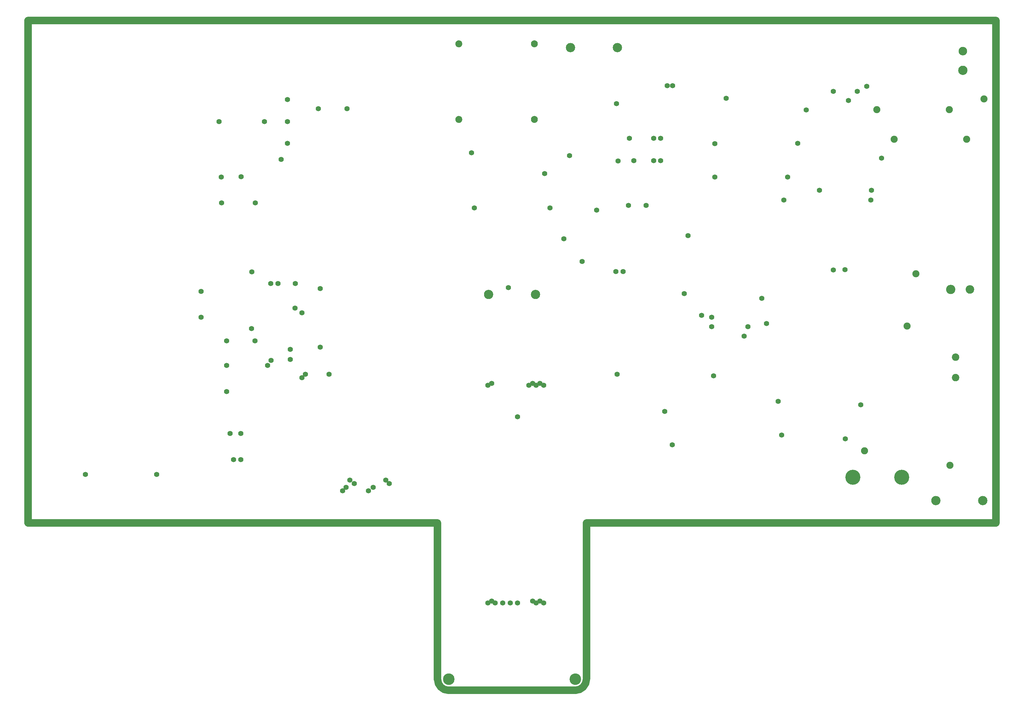
<source format=gbr>
G04 GENERATED BY PULSONIX 11.0 GERBER.DLL 8466*
G04 #@! TF.GenerationSoftware,Pulsonix,Pulsonix,11.0.8467*
G04 #@! TF.CreationDate,2021-12-19T21:00:55+00:00*
G04 #@! TF.Part,Single*
%FSLAX24Y24*%
%LPD*%
%MOIN*%
G04 #@! TF.FileFunction,Copper,L2,Inr*
G04 #@! TF.FilePolarity,Negative*
G04 #@! TA.AperFunction,Profile*
%ADD131C,0.0788*%
G04 #@! TA.AperFunction,ViaPad*
%ADD132C,0.0551*%
%ADD133C,0.0748*%
G04 #@! TD.AperFunction*
%ADD134C,0.0001*%
G04 #@! TA.AperFunction,ComponentPad*
%ADD135C,0.1594*%
G04 #@! TD.AperFunction*
%ADD136C,0.0788*%
G04 #@! TD.AperFunction*
X0Y0D02*
D02*
D131*
X2362Y20079D02*
X45669D01*
Y3544D01*
G75*
G03*
X46831Y2362I1172J-10D01*
G01*
X60217D01*
G75*
G03*
X61418Y3563I0J1201D01*
G01*
Y20079D01*
X104725D01*
Y73229D01*
X2362D01*
Y20079D01*
D02*
D132*
X8406Y25197D03*
X15945D03*
X20669Y41831D03*
Y44567D03*
X22559Y62540D03*
X22795Y56693D03*
X22815Y53937D03*
X23347Y33977D03*
Y36752D03*
Y39331D03*
X23721Y29528D03*
X24095Y26772D03*
X24843D03*
Y29528D03*
X24882Y56697D03*
X25984Y40630D03*
X26024Y46654D03*
X26358Y39331D03*
X26398Y53937D03*
X27362Y62540D03*
X27697Y36752D03*
X28032Y45394D03*
X28071Y37264D03*
X28799Y45394D03*
X29134Y58544D03*
X29784Y60236D03*
Y62559D03*
Y64882D03*
X30079Y37362D03*
Y38445D03*
X30591Y42795D03*
X30610Y45394D03*
X31319Y35433D03*
Y42323D03*
X31673Y35807D03*
X33071Y63898D03*
X33248Y38662D03*
X33268Y44862D03*
X34173Y35807D03*
X35630Y23484D03*
X36004Y23858D03*
X36103Y63898D03*
X36378Y24606D03*
X36870Y24232D03*
X38347Y23484D03*
X38839Y23858D03*
X40197Y24606D03*
X40571Y24232D03*
X49252Y59252D03*
X49547Y53406D03*
X50984Y11614D03*
Y34646D03*
X51378Y11811D03*
Y34843D03*
X51772Y11614D03*
X52559D03*
X53169Y44975D03*
X53347Y11614D03*
X54134D03*
Y31299D03*
X55315Y34646D03*
X55709Y11811D03*
Y34843D03*
X56103Y11614D03*
Y34646D03*
X56496Y11811D03*
Y34843D03*
X56890Y11614D03*
Y34646D03*
X56988Y57028D03*
X57540Y53406D03*
X59036Y50144D03*
X59636Y58957D03*
X60945Y47736D03*
X62481Y53166D03*
X64508Y46673D03*
X64587Y64429D03*
X64666Y35807D03*
X64744Y58386D03*
X65276Y46673D03*
X65847Y53666D03*
X65945Y60788D03*
X66437Y58406D03*
X67736Y53662D03*
X68524Y58406D03*
Y60788D03*
X69272Y58406D03*
Y60788D03*
X69685Y31890D03*
X69961Y66339D03*
X70473Y28347D03*
X70512Y66339D03*
X71772Y44351D03*
X72166Y50492D03*
X73583Y42047D03*
X74666Y40847D03*
Y41839D03*
X74843Y35650D03*
X75000Y56693D03*
Y60197D03*
X76201Y65000D03*
X78091Y39839D03*
X78504Y40847D03*
X79941Y43858D03*
X80453Y41162D03*
X81673Y32933D03*
X82047Y29390D03*
X82303Y54232D03*
X82677Y56693D03*
X83740Y60236D03*
X84646Y63780D03*
X86044Y55276D03*
X87520Y46851D03*
Y65748D03*
X88740Y46870D03*
X88799Y28977D03*
X89114Y64784D03*
X90044Y65748D03*
X90414Y32579D03*
X91044Y66280D03*
X91496Y54232D03*
X91555Y55276D03*
X92618Y58662D03*
D02*
D133*
X90807Y27697D03*
X92106Y63819D03*
X93957Y60689D03*
X95335Y40906D03*
X96260Y46437D03*
X99784Y63819D03*
X99862Y26162D03*
X101634Y60689D03*
X103445Y64941D03*
D02*
D134*
X46240Y3544D02*
G36*
X46240Y3544D02*
G75*
G03*
X47461I611J0D01*
G01*
G75*
G03*
X46240I-610J0D01*
G01*
G37*
X47545Y62772D02*
G36*
X47545Y62772D02*
G75*
G03*
X48282I369J0D01*
G01*
G75*
G03*
X47545I-368J0D01*
G01*
G37*
Y70772D02*
G36*
X47545Y70772D02*
G75*
G03*
X48282I369J0D01*
G01*
G75*
G03*
X47545I-368J0D01*
G01*
G37*
X50571Y44252D02*
G36*
X50571Y44252D02*
G75*
G03*
X51555I492J0D01*
G01*
G75*
G03*
X50571I-492J0D01*
G01*
G37*
X55532D02*
G36*
X55532Y44252D02*
G75*
G03*
X56516I492J0D01*
G01*
G75*
G03*
X55532I-492J0D01*
G01*
G37*
X55538Y62772D02*
G36*
X55538Y62772D02*
G75*
G03*
X56274I368J0D01*
G01*
G75*
G03*
X55538I-368J0D01*
G01*
G37*
Y70772D02*
G36*
X55538Y70772D02*
G75*
G03*
X56274I368J0D01*
G01*
G75*
G03*
X55538I-368J0D01*
G01*
G37*
X59232Y70374D02*
G36*
X59232Y70374D02*
G75*
G03*
X60217I493J0D01*
G01*
G75*
G03*
X59232I-492J0D01*
G01*
G37*
X59626Y3544D02*
G36*
X59626Y3544D02*
G75*
G03*
X60847I611J0D01*
G01*
G75*
G03*
X59626I-610J0D01*
G01*
G37*
X64193Y70374D02*
G36*
X64193Y70374D02*
G75*
G03*
X65177I492J0D01*
G01*
G75*
G03*
X64193I-492J0D01*
G01*
G37*
X97874Y22441D02*
G36*
X97874Y22441D02*
G75*
G03*
X98858I492J0D01*
G01*
G75*
G03*
X97874I-492J0D01*
G01*
G37*
X99445Y44784D02*
G36*
X99445Y44784D02*
G75*
G03*
X100429I492J0D01*
G01*
G75*
G03*
X99445I-492J0D01*
G01*
G37*
X100059Y35453D02*
G36*
X100059Y35453D02*
G75*
G03*
X100847I394J0D01*
G01*
G75*
G03*
X100059I-394J0D01*
G01*
G37*
Y37618D02*
G36*
X100059Y37618D02*
G75*
G03*
X100847I394J0D01*
G01*
G75*
G03*
X100059I-394J0D01*
G01*
G37*
X100729Y67969D02*
G36*
X100729Y67969D02*
G75*
G03*
X101713I492J0D01*
G01*
G75*
G03*
X100729I-492J0D01*
G01*
G37*
X100768Y70000D02*
G36*
X100768Y70000D02*
G75*
G03*
X101673I453J0D01*
G01*
G75*
G03*
X100768I-452J0D01*
G01*
G37*
X101516Y44784D02*
G36*
X101516Y44784D02*
G75*
G03*
X102421I453J0D01*
G01*
G75*
G03*
X101516I-452J0D01*
G01*
G37*
X102835Y22441D02*
G36*
X102835Y22441D02*
G75*
G03*
X103819I492J0D01*
G01*
G75*
G03*
X102835I-492J0D01*
G01*
G37*
D02*
D135*
X89599Y24914D03*
X94772D03*
D02*
D136*
X2362Y20079D02*
X45669D01*
Y3544D01*
G75*
G03*
X46831Y2362I1172J-10D01*
G01*
X60217D01*
G75*
G03*
X61418Y3563I0J1201D01*
G01*
Y20079D01*
X104725D01*
Y73229D01*
X2362D01*
Y20079D01*
X0Y0D02*
M02*

</source>
